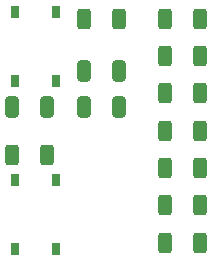
<source format=gbp>
G04 #@! TF.GenerationSoftware,KiCad,Pcbnew,6.0.8-f2edbf62ab~116~ubuntu22.04.1*
G04 #@! TF.CreationDate,2022-11-21T22:24:26-03:00*
G04 #@! TF.ProjectId,pip,7069702e-6b69-4636-9164-5f7063625858,rev?*
G04 #@! TF.SameCoordinates,Original*
G04 #@! TF.FileFunction,Paste,Bot*
G04 #@! TF.FilePolarity,Positive*
%FSLAX46Y46*%
G04 Gerber Fmt 4.6, Leading zero omitted, Abs format (unit mm)*
G04 Created by KiCad (PCBNEW 6.0.8-f2edbf62ab~116~ubuntu22.04.1) date 2022-11-21 22:24:26*
%MOMM*%
%LPD*%
G01*
G04 APERTURE LIST*
G04 Aperture macros list*
%AMRoundRect*
0 Rectangle with rounded corners*
0 $1 Rounding radius*
0 $2 $3 $4 $5 $6 $7 $8 $9 X,Y pos of 4 corners*
0 Add a 4 corners polygon primitive as box body*
4,1,4,$2,$3,$4,$5,$6,$7,$8,$9,$2,$3,0*
0 Add four circle primitives for the rounded corners*
1,1,$1+$1,$2,$3*
1,1,$1+$1,$4,$5*
1,1,$1+$1,$6,$7*
1,1,$1+$1,$8,$9*
0 Add four rect primitives between the rounded corners*
20,1,$1+$1,$2,$3,$4,$5,0*
20,1,$1+$1,$4,$5,$6,$7,0*
20,1,$1+$1,$6,$7,$8,$9,0*
20,1,$1+$1,$8,$9,$2,$3,0*%
G04 Aperture macros list end*
%ADD10RoundRect,0.250000X0.312500X0.625000X-0.312500X0.625000X-0.312500X-0.625000X0.312500X-0.625000X0*%
%ADD11RoundRect,0.250000X-0.325000X-0.650000X0.325000X-0.650000X0.325000X0.650000X-0.325000X0.650000X0*%
%ADD12RoundRect,0.250000X-0.312500X-0.625000X0.312500X-0.625000X0.312500X0.625000X-0.312500X0.625000X0*%
%ADD13RoundRect,0.250000X0.325000X0.650000X-0.325000X0.650000X-0.325000X-0.650000X0.325000X-0.650000X0*%
%ADD14R,0.800000X1.000000*%
G04 APERTURE END LIST*
D10*
X143956500Y-81948000D03*
X141031500Y-81948000D03*
D11*
X134923000Y-89408000D03*
X137873000Y-89408000D03*
D12*
X147889500Y-94607500D03*
X150814500Y-94607500D03*
X147889500Y-91442600D03*
X150814500Y-91442600D03*
X147889500Y-97772300D03*
X150814500Y-97772300D03*
X147889500Y-81948000D03*
X150814500Y-81948000D03*
D13*
X143969000Y-86360000D03*
X141019000Y-86360000D03*
D12*
X147889500Y-100937200D03*
X150814500Y-100937200D03*
D14*
X135156000Y-81407000D03*
X135156000Y-87223600D03*
X138656000Y-87223600D03*
X138656000Y-81407000D03*
D13*
X143969000Y-89408000D03*
X141019000Y-89408000D03*
D12*
X147889500Y-88277700D03*
X150814500Y-88277700D03*
X147889500Y-85112900D03*
X150814500Y-85112900D03*
D14*
X135156000Y-95631000D03*
X135156000Y-101447600D03*
X138656000Y-101447600D03*
X138656000Y-95631000D03*
D12*
X134935500Y-93472000D03*
X137860500Y-93472000D03*
M02*

</source>
